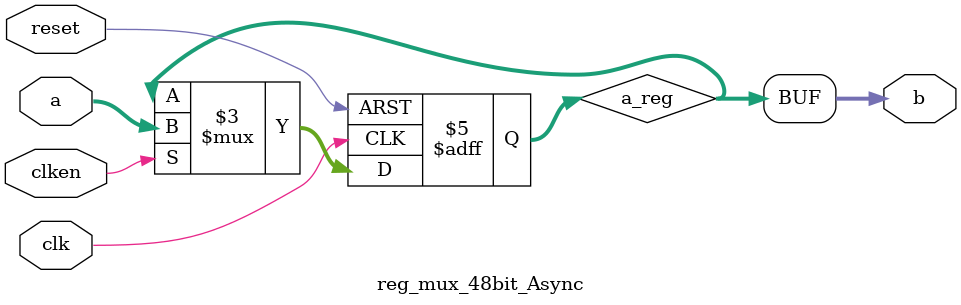
<source format=v>
module reg_mux_48bit_Async (a,clk,reset,clken,b);
parameter regi = 1;
    input [47:0]a;
    input clk,clken,reset;

    output reg [47:0]b;

    reg [47:0]a_reg;

    always @(*) begin
        if (regi) begin 
            b <= a_reg;
        end else begin
            b = a;
        end
    end

    always @(posedge clk or posedge reset) begin
        if (reset) begin
            a_reg <= 0;
        end else begin
             if (clken) begin
                   a_reg <= a;
                end  
        end
    end

endmodule
</source>
